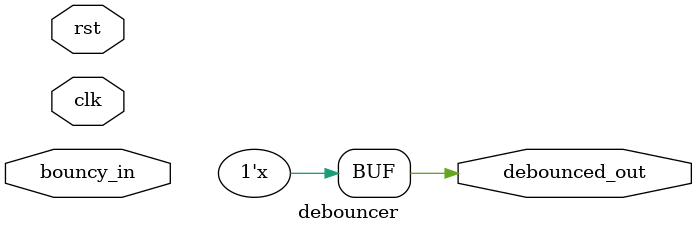
<source format=sv>
module debouncer(clk, rst, bouncy_in, debounced_out);

parameter BOUNCE_TICKS = 9;
input wire clk, rst;
input wire bouncy_in;

output logic debounced_out;

always_comb debounced_out = 1'bx; // just for debugging - will show up red when testing

endmodule
</source>
